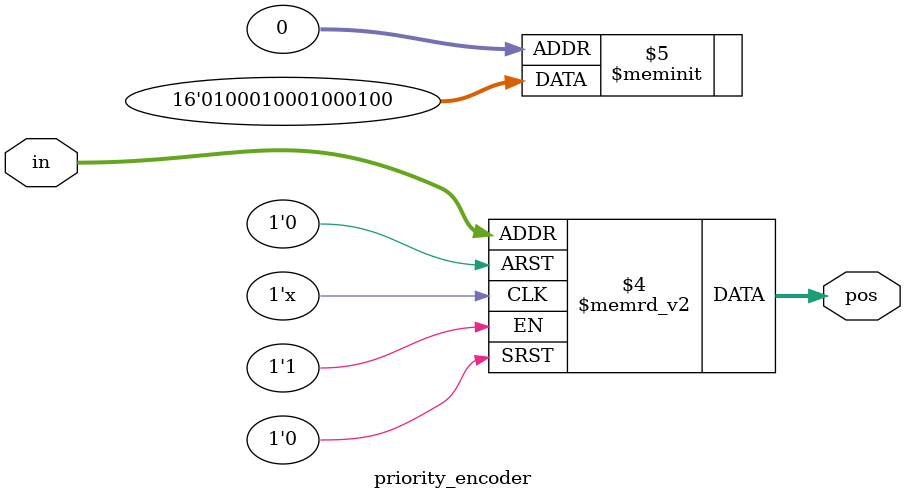
<source format=v>
module priority_encoder( 
input [2:0] in,
output reg [1:0] pos ); 
// When sel=1, assign b to out
always@(in or pos[0])
case(in)
3'd0: pos=2'd0;
3'd1: pos=2'd1;
3'd2: pos=2'd0;
3'd3: pos=2'd1;
3'd4: pos=2'd0;
3'd5: pos=2'd1;
3'd6: pos=2'd0;
3'd7: pos=2'd1;
endcase
endmodule

</source>
